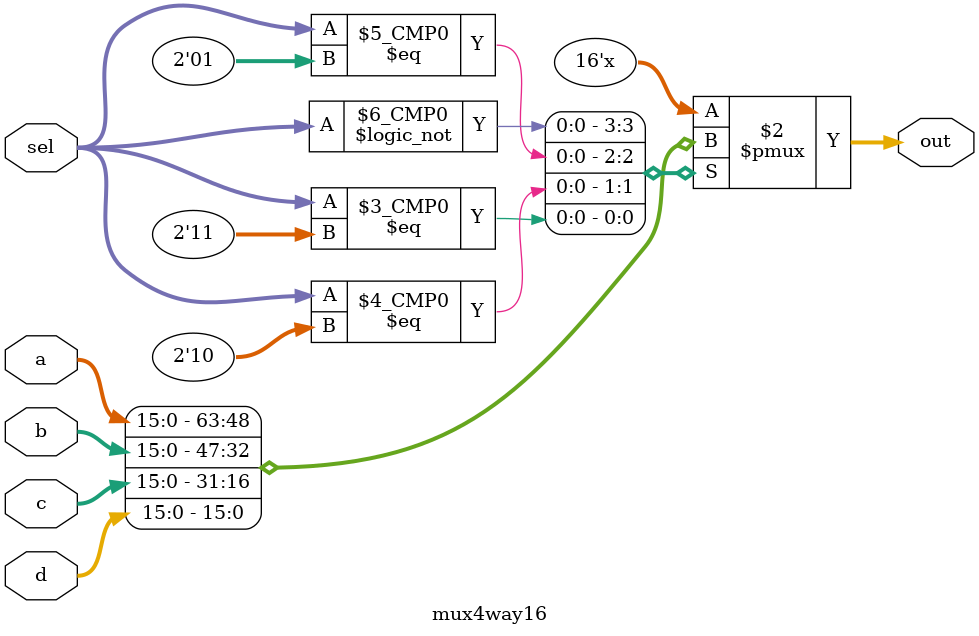
<source format=sv>
/**
 * 4-way 16-bit multiplexor:
 * out = a if sel == 00
 *       b if sel == 01
 *       c if sel == 10
 *       d if sel == 11
 */


module mux4way16(input [15:0] a, b, c, d, input [1:0] sel, output reg [15:0] out);

  always @ (a or b or c or d or sel)
    begin
      case (sel)
        2'b00: out = a;
        2'b01: out = b;
        2'b10: out = c;
        2'b11: out = d;
      endcase
    end
endmodule

</source>
